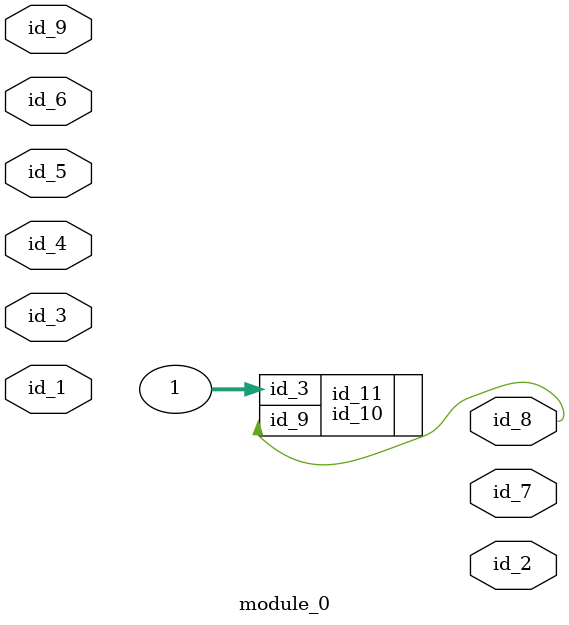
<source format=v>
module module_0 (
    id_1,
    id_2,
    id_3,
    id_4,
    id_5,
    id_6,
    id_7,
    id_8,
    id_9
);
  input id_9;
  output id_8;
  output id_7;
  input id_6;
  input id_5;
  input id_4;
  input id_3;
  output id_2;
  input id_1;
  id_10 id_11 (
      .id_9(id_8),
      .id_3(1)
  );
endmodule

</source>
